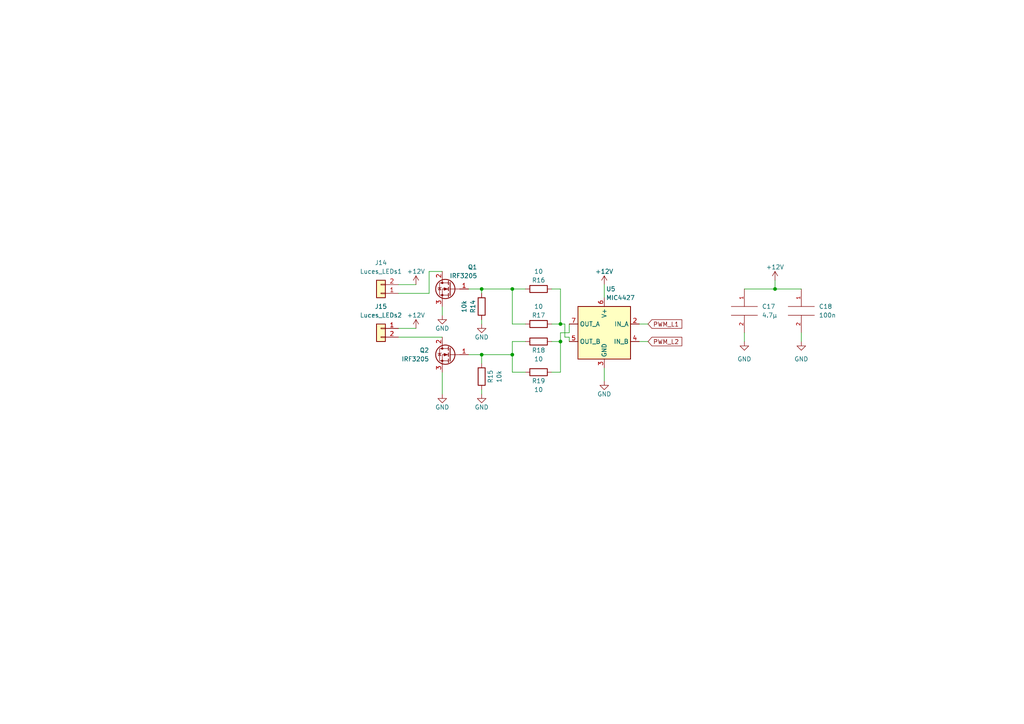
<source format=kicad_sch>
(kicad_sch (version 20211123) (generator eeschema)
  (paper "A4")
  (lib_symbols
    (symbol "Connector_Generic:Conn_01x02" (pin_names (offset 1.016) hide)
      (property "Reference" "J" (at 0 2.54 0))
      (property "Value" "Conn_01x02" (at 0 -5.08 0))
      (symbol "Conn_01x02_1_1"
        (rectangle (start -1.27 -2.413) (end 0 -2.667) (stroke (width 0.1524)))
        (rectangle (start -1.27 0.127) (end 0 -0.127) (stroke (width 0.1524)))
        (rectangle (start -1.27 1.27) (end 1.27 -3.81) (stroke (width 0.254)) (fill (type background)))
        (pin passive line (at -5.08 0 0) (length 3.81) (name "Pin_1") (number "1"))
        (pin passive line (at -5.08 -2.54 0) (length 3.81) (name "Pin_2") (number "2"))
      )
    )
    (symbol "Device:R" (pin_numbers hide) (pin_names (offset 0))
      (property "Reference" "R" (at 2.032 0 90))
      (property "Value" "R" (at 0 0 90))
      (symbol "R_0_1"
        (rectangle (start -1.016 -2.54) (end 1.016 2.54) (stroke (width 0.254)))
      )
      (symbol "R_1_1"
        (pin passive line (at 0 3.81 270) (length 1.27) (name "~") (number "1"))
        (pin passive line (at 0 -3.81 90) (length 1.27) (name "~") (number "2"))
      )
    )
    (symbol "Driver_FET:MIC4427"
      (property "Reference" "U" (at -7.62 8.89 0))
      (property "Value" "MIC4427" (at 1.27 8.89 0))
      (symbol "MIC4427_0_1"
        (rectangle (start -7.62 -7.62) (end 7.62 7.62) (stroke (width 0.254)) (fill (type background)))
      )
      (symbol "MIC4427_1_1"
        (pin no_connect line (at -7.62 0 0) (length 2.54) hide (name "NC") (number "1"))
        (pin input line (at -10.16 2.54 0) (length 2.54) (name "IN_A") (number "2"))
        (pin power_in line (at 0 -10.16 90) (length 2.54) (name "GND") (number "3"))
        (pin input line (at -10.16 -2.54 0) (length 2.54) (name "IN_B") (number "4"))
        (pin output line (at 10.16 -2.54 180) (length 2.54) (name "OUT_B") (number "5"))
        (pin power_in line (at 0 10.16 270) (length 2.54) (name "V+") (number "6"))
        (pin output line (at 10.16 2.54 180) (length 2.54) (name "OUT_A") (number "7"))
        (pin no_connect line (at 7.62 0 180) (length 2.54) hide (name "NC") (number "8"))
      )
    )
    (symbol "Transistor_FET:IRF3205" (pin_names hide)
      (property "Reference" "Q" (at 6.35 1.905 0))
      (property "Value" "IRF3205" (at 6.35 0 0))
      (symbol "IRF3205_0_1"
        (polyline (pts (xy 0.254 0) (xy -2.54 0)))
        (polyline (pts (xy 0.254 1.905) (xy 0.254 -1.905)) (stroke (width 0.254)))
        (polyline (pts (xy 0.762 -1.27) (xy 0.762 -2.286)) (stroke (width 0.254)))
        (polyline (pts (xy 0.762 0.508) (xy 0.762 -0.508)) (stroke (width 0.254)))
        (polyline (pts (xy 0.762 2.286) (xy 0.762 1.27)) (stroke (width 0.254)))
        (polyline (pts (xy 2.54 2.54) (xy 2.54 1.778)))
        (polyline (pts (xy 2.54 -2.54) (xy 2.54 0) (xy 0.762 0)))
        (polyline (pts (xy 0.762 -1.778) (xy 3.302 -1.778) (xy 3.302 1.778) (xy 0.762 1.778)))
        (polyline (pts (xy 1.016 0) (xy 2.032 0.381) (xy 2.032 -0.381) (xy 1.016 0)) (fill (type outline)))
        (polyline (pts (xy 2.794 0.508) (xy 2.921 0.381) (xy 3.683 0.381) (xy 3.81 0.254)))
        (polyline (pts (xy 3.302 0.381) (xy 2.921 -0.254) (xy 3.683 -0.254) (xy 3.302 0.381)))
        (circle (center 1.651 0) (radius 2.794) (stroke (width 0.254)))
        (circle (center 2.54 -1.778) (radius 0.254) (fill (type outline)))
        (circle (center 2.54 1.778) (radius 0.254) (fill (type outline)))
      )
      (symbol "IRF3205_1_1"
        (pin input line (at -5.08 0 0) (length 2.54) (name "G") (number "1"))
        (pin passive line (at 2.54 5.08 270) (length 2.54) (name "D") (number "2"))
        (pin passive line (at 2.54 -5.08 90) (length 2.54) (name "S") (number "3"))
      )
    )
    (symbol "power:+12V" (power) (pin_names (offset 0))
      (property "Value" "+12V" (at 0 3.556 0))
      (symbol "+12V_0_1"
        (polyline (pts (xy -0.762 1.27) (xy 0 2.54)))
        (polyline (pts (xy 0 0) (xy 0 2.54)))
        (polyline (pts (xy 0 2.54) (xy 0.762 1.27)))
      )
      (symbol "+12V_1_1"
        (pin power_in line (at 0 0 90) (length 0) hide (name "+12V") (number "1"))
      )
    )
    (symbol "power:GND" (power) (pin_names (offset 0))
      (property "Value" "GND" (at 0 -3.81 0))
      (symbol "GND_0_1"
        (polyline (pts (xy 0 0) (xy 0 -1.27) (xy 1.27 -1.27) (xy 0 -2.54) (xy -1.27 -1.27) (xy 0 -1.27)))
      )
      (symbol "GND_1_1"
        (pin power_in line (at 0 0 270) (length 0) hide (name "GND") (number "1"))
      )
    )
    (symbol "pspice:CAP" (pin_names (offset 0.254))
      (property "Reference" "C" (at 2.54 3.81 90))
      (property "Value" "CAP" (at 2.54 -3.81 90))
      (symbol "CAP_0_1"
        (polyline (pts (xy -3.81 -1.27) (xy 3.81 -1.27)))
        (polyline (pts (xy -3.81 1.27) (xy 3.81 1.27)))
      )
      (symbol "CAP_1_1"
        (pin passive line (at 0 6.35 270) (length 5.08) (name "~") (number "1"))
        (pin passive line (at 0 -6.35 90) (length 5.08) (name "~") (number "2"))
      )
    )
  )
  (junction (at 162.56 93.98))
  (junction (at 148.59 83.82))
  (junction (at 139.7 102.87))
  (junction (at 139.7 83.82))
  (junction (at 224.79 83.82))
  (junction (at 148.59 102.87))
  (junction (at 162.56 99.06))
  (wire (pts (xy 115.57 82.55) (xy 120.65 82.55)))
  (wire (pts (xy 163.83 93.98) (xy 162.56 93.98)))
  (wire (pts (xy 160.02 83.82) (xy 162.56 83.82)))
  (wire (pts (xy 165.1 93.98) (xy 165.1 96.52)))
  (wire (pts (xy 115.57 95.25) (xy 120.65 95.25)))
  (wire (pts (xy 139.7 83.82) (xy 148.59 83.82)))
  (wire (pts (xy 139.7 83.82) (xy 139.7 85.09)))
  (wire (pts (xy 152.4 93.98) (xy 148.59 93.98)))
  (wire (pts (xy 162.56 83.82) (xy 162.56 93.98)))
  (wire (pts (xy 175.26 106.68) (xy 175.26 110.49)))
  (wire (pts (xy 224.79 83.82) (xy 232.41 83.82)))
  (wire (pts (xy 115.57 97.79) (xy 128.27 97.79)))
  (wire (pts (xy 139.7 102.87) (xy 139.7 105.41)))
  (wire (pts (xy 165.1 99.06) (xy 165.1 97.79)))
  (wire (pts (xy 185.42 93.98) (xy 187.96 93.98)))
  (wire (pts (xy 175.26 82.55) (xy 175.26 86.36)))
  (wire (pts (xy 163.83 97.79) (xy 163.83 93.98)))
  (wire (pts (xy 139.7 102.87) (xy 148.59 102.87)))
  (wire (pts (xy 152.4 99.06) (xy 148.59 99.06)))
  (wire (pts (xy 139.7 102.87) (xy 135.89 102.87)))
  (wire (pts (xy 160.02 93.98) (xy 162.56 93.98)))
  (wire (pts (xy 232.41 96.52) (xy 232.41 99.06)))
  (wire (pts (xy 185.42 99.06) (xy 187.96 99.06)))
  (wire (pts (xy 148.59 83.82) (xy 148.59 93.98)))
  (wire (pts (xy 152.4 107.95) (xy 148.59 107.95)))
  (wire (pts (xy 162.56 96.52) (xy 162.56 99.06)))
  (wire (pts (xy 139.7 114.3) (xy 139.7 113.03)))
  (wire (pts (xy 160.02 99.06) (xy 162.56 99.06)))
  (wire (pts (xy 139.7 83.82) (xy 135.89 83.82)))
  (wire (pts (xy 215.9 83.82) (xy 224.79 83.82)))
  (wire (pts (xy 215.9 96.52) (xy 215.9 99.06)))
  (wire (pts (xy 148.59 99.06) (xy 148.59 102.87)))
  (wire (pts (xy 160.02 107.95) (xy 162.56 107.95)))
  (wire (pts (xy 148.59 83.82) (xy 152.4 83.82)))
  (wire (pts (xy 124.46 78.74) (xy 128.27 78.74)))
  (wire (pts (xy 162.56 107.95) (xy 162.56 99.06)))
  (wire (pts (xy 139.7 92.71) (xy 139.7 93.98)))
  (wire (pts (xy 124.46 85.09) (xy 124.46 78.74)))
  (wire (pts (xy 115.57 85.09) (xy 124.46 85.09)))
  (wire (pts (xy 148.59 107.95) (xy 148.59 102.87)))
  (wire (pts (xy 128.27 91.44) (xy 128.27 88.9)))
  (wire (pts (xy 165.1 96.52) (xy 162.56 96.52)))
  (wire (pts (xy 165.1 97.79) (xy 163.83 97.79)))
  (wire (pts (xy 224.79 81.28) (xy 224.79 83.82)))
  (wire (pts (xy 128.27 114.3) (xy 128.27 107.95)))
  (global_label "PWM_L2" (shape input) (at 187.96 99.06 0) (property "Intersheet References" "${INTERSHEET_REFS}" (effects hide)))
  (global_label "PWM_L1" (shape input) (at 187.96 93.98 0) (property "Intersheet References" "${INTERSHEET_REFS}" (effects hide)))
  (symbol (lib_id "power:GND") (at 139.7 114.3 0) (unit 1)
    (property "Reference" "#PWR0143" (effects hide))
    (property "Value" "GND" (at 139.7 118.11 0))
  )
  (symbol (lib_id "Device:R") (at 156.21 99.06 90) (unit 1)
    (property "Reference" "R18" (at 156.21 101.6 90))
    (property "Value" "10" (at 156.21 104.14 90))
    (property "Footprint" "Resistor_SMD:R_0603_1608Metric" (effects hide))
  )
  (symbol (lib_id "power:GND") (at 232.41 99.06 0) (unit 1)
    (property "Reference" "#PWR04" (effects hide))
    (property "Value" "GND" (at 232.41 104.14 0))
  )
  (symbol (lib_id "power:GND") (at 139.7 93.98 0) (unit 1)
    (property "Reference" "#PWR0139" (effects hide))
    (property "Value" "GND" (at 139.7 97.79 0))
  )
  (symbol (lib_id "pspice:CAP") (at 215.9 90.17 0) (unit 1)
    (property "Reference" "C17" (at 220.98 88.8999 0) (effects (justify left)))
    (property "Value" "4.7µ" (at 220.98 91.4399 0) (effects (justify left)))
    (property "Footprint" "Capacitor_SMD:C_0805_2012Metric" (effects hide))
  )
  (symbol (lib_id "Device:R") (at 156.21 83.82 90) (unit 1)
    (property "Reference" "R16" (at 156.21 81.28 90))
    (property "Value" "10" (at 156.21 78.74 90))
    (property "Footprint" "Resistor_SMD:R_0603_1608Metric" (effects hide))
  )
  (symbol (lib_id "Device:R") (at 156.21 93.98 90) (unit 1)
    (property "Reference" "R17" (at 156.21 91.44 90))
    (property "Value" "10" (at 156.21 88.9 90))
    (property "Footprint" "Resistor_SMD:R_0603_1608Metric" (effects hide))
  )
  (symbol (lib_id "power:+12V") (at 120.65 82.55 0) (unit 1)
    (property "Reference" "#PWR0145" (effects hide))
    (property "Value" "+12V" (at 120.65 78.74 0))
  )
  (symbol (lib_id "power:+12V") (at 175.26 82.55 0) (unit 1)
    (property "Reference" "#PWR0136" (effects hide))
    (property "Value" "+12V" (at 175.26 78.74 0))
  )
  (symbol (lib_id "Driver_FET:MIC4427") (at 175.26 96.52 0) (mirror y) (unit 1)
    (property "Reference" "U5" (at 175.7806 83.82 0) (effects (justify right)))
    (property "Value" "MIC4427" (at 175.7806 86.36 0) (effects (justify right)))
    (property "Footprint" "Package_SO:SOIC-8_3.9x4.9mm_P1.27mm" (effects hide))
    (property "Datasheet" "http://ww1.microchip.com/downloads/en/DeviceDoc/mic4426.pdf" (effects hide))
  )
  (symbol (lib_id "power:GND") (at 128.27 91.44 0) (unit 1)
    (property "Reference" "#PWR0141" (effects hide))
    (property "Value" "GND" (at 128.27 95.25 0))
  )
  (symbol (lib_id "Transistor_FET:IRF3205") (at 130.81 102.87 0) (mirror y) (unit 1)
    (property "Reference" "Q2" (at 124.46 101.5999 0) (effects (justify left)))
    (property "Value" "IRF3205" (at 124.46 104.1399 0) (effects (justify left)))
    (property "Footprint" "Package_TO_SOT_THT:TO-220-3_Vertical" (effects hide))
    (property "Datasheet" "http://www.irf.com/product-info/datasheets/data/irf3205.pdf" (effects hide))
  )
  (symbol (lib_id "Connector_Generic:Conn_01x02") (at 110.49 85.09 180) (unit 1)
    (property "Reference" "J14" (at 110.49 76.2 0))
    (property "Value" "Luces_LEDs1" (at 110.49 78.74 0))
    (property "Footprint" "TerminalBlock:TerminalBlock_bornier-2_P5.08mm" (effects hide))
  )
  (symbol (lib_id "power:GND") (at 128.27 114.3 0) (unit 1)
    (property "Reference" "#PWR0144" (effects hide))
    (property "Value" "GND" (at 128.27 118.11 0))
  )
  (symbol (lib_id "Connector_Generic:Conn_01x02") (at 110.49 95.25 0) (mirror y) (unit 1)
    (property "Reference" "J15" (at 110.49 88.9 0))
    (property "Value" "Luces_LEDs2" (at 110.49 91.44 0))
    (property "Footprint" "TerminalBlock:TerminalBlock_bornier-2_P5.08mm" (effects hide))
  )
  (symbol (lib_id "Device:R") (at 139.7 88.9 0) (unit 1)
    (property "Reference" "R14" (at 137.16 88.9 90))
    (property "Value" "10k" (at 134.62 88.9 90))
    (property "Footprint" "Resistor_SMD:R_0603_1608Metric" (effects hide))
  )
  (symbol (lib_id "power:GND") (at 175.26 110.49 0) (unit 1)
    (property "Reference" "#PWR0140" (effects hide))
    (property "Value" "GND" (at 175.26 114.3 0))
  )
  (symbol (lib_id "power:+12V") (at 120.65 95.25 0) (unit 1)
    (property "Reference" "#PWR0142" (effects hide))
    (property "Value" "+12V" (at 120.65 91.44 0))
  )
  (symbol (lib_id "Device:R") (at 139.7 109.22 180) (unit 1)
    (property "Reference" "R15" (at 142.24 109.22 90))
    (property "Value" "10k" (at 144.78 109.22 90))
    (property "Footprint" "Resistor_SMD:R_0603_1608Metric" (effects hide))
  )
  (symbol (lib_id "pspice:CAP") (at 232.41 90.17 0) (unit 1)
    (property "Reference" "C18" (at 237.49 88.8999 0) (effects (justify left)))
    (property "Value" "100n" (at 237.49 91.4399 0) (effects (justify left)))
    (property "Footprint" "Capacitor_SMD:C_0201_0603Metric" (effects hide))
  )
  (symbol (lib_id "power:GND") (at 215.9 99.06 0) (unit 1)
    (property "Reference" "#PWR01" (effects hide))
    (property "Value" "GND" (at 215.9 104.14 0))
  )
  (symbol (lib_id "Transistor_FET:IRF3205") (at 130.81 83.82 0) (mirror y) (unit 1)
    (property "Reference" "Q1" (at 138.43 77.47 0) (effects (justify left)))
    (property "Value" "IRF3205" (at 138.43 80.01 0) (effects (justify left)))
    (property "Footprint" "Package_TO_SOT_THT:TO-220-3_Vertical" (effects hide))
    (property "Datasheet" "http://www.irf.com/product-info/datasheets/data/irf3205.pdf" (effects hide))
  )
  (symbol (lib_id "power:+12V") (at 224.79 81.28 0) (unit 1)
    (property "Reference" "#PWR02" (effects hide))
    (property "Value" "+12V" (at 224.79 77.47 0))
  )
  (symbol (lib_id "Device:R") (at 156.21 107.95 90) (unit 1)
    (property "Reference" "R19" (at 156.21 110.49 90))
    (property "Value" "10" (at 156.21 113.03 90))
    (property "Footprint" "Resistor_SMD:R_0603_1608Metric" (effects hide))
  )
)
</source>
